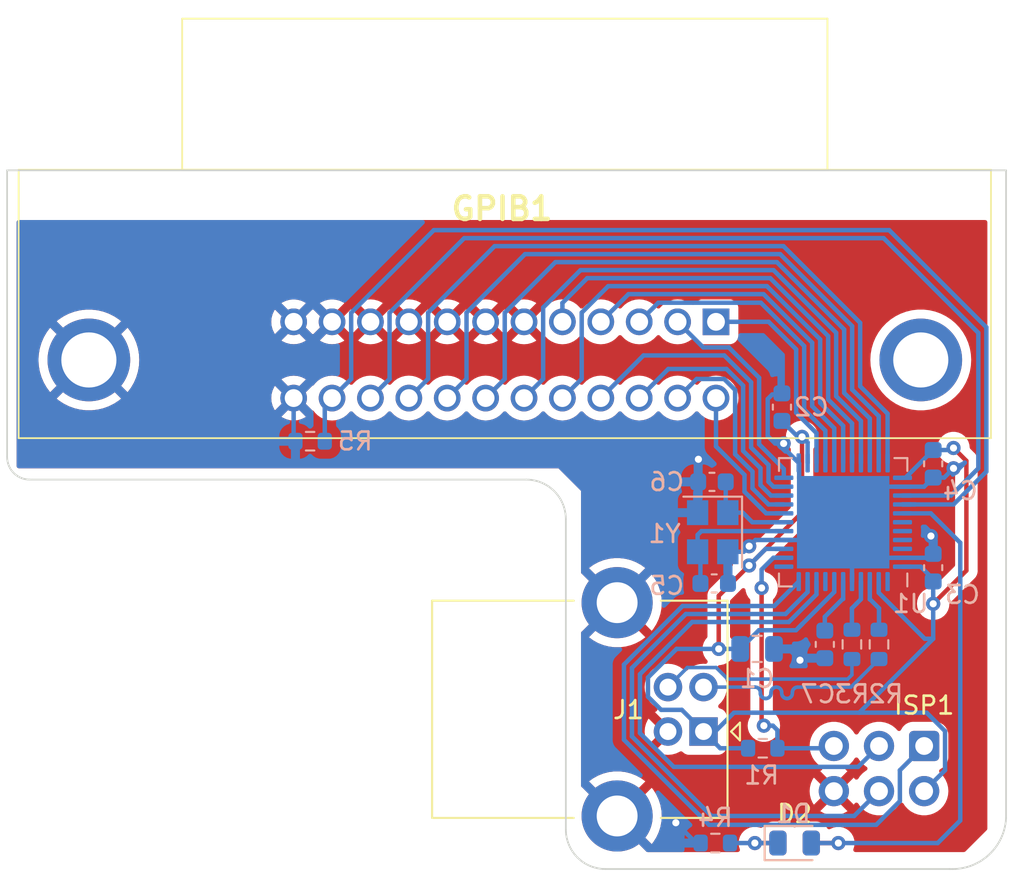
<source format=kicad_pcb>
(kicad_pcb (version 20221018) (generator pcbnew)
  (layers (0 "F.Cu" signal) (31 "B.Cu" signal) (34 "B.Paste" user) (35 "F.Paste" user) (36 "B.SilkS" user "B.Silkscreen") (37 "F.SilkS" user "F.Silkscreen") (38 "B.Mask" user) (39 "F.Mask" user) (44 "Edge.Cuts" user))
  (net 0 "")
  (net 1 "Net-(GPIB1-PadMH1)")
  (net 2 "GND")
  (net 3 "+5V")
  (net 4 "Net-(C7-Pad1)")
  (net 5 "Net-(D1-Pad2)")
  (net 6 "Net-(D1-Pad1)")
  (net 7 "/ATN")
  (net 8 "/SRQ")
  (net 9 "/IFC")
  (net 10 "/NDAC")
  (net 11 "/NRFD")
  (net 12 "/DAV")
  (net 13 "/REN")
  (net 14 "/EOI")
  (net 15 "/DIO8")
  (net 16 "/DIO4")
  (net 17 "/DIO7")
  (net 18 "/DIO3")
  (net 19 "/DIO6")
  (net 20 "/DIO2")
  (net 21 "/DIO5")
  (net 22 "/DIO1")
  (net 23 "/MOSI")
  (net 24 "Net-(ISP1-Pad5)")
  (net 25 "/SCK")
  (net 26 "/MISO")
  (net 27 "Net-(R2-Pad1)")
  (net 28 "Net-(R3-Pad1)")
  (net 29 "Net-(U1-Pad42)")
  (net 30 "Net-(U1-Pad41)")
  (net 31 "Net-(U1-Pad40)")
  (net 32 "Net-(U1-Pad39)")
  (net 33 "Net-(U1-Pad12)")
  (net 34 "Net-(U1-Pad8)")
  (net 35 "Net-(U1-Pad1)")
  (net 36 "/USB_P")
  (net 37 "/USB_N")
  (net 38 "Net-(C5-Pad1)")
  (net 39 "Net-(C6-Pad1)")
  (footprint "Connector_USB:USB_B_Lumberg_2411_02_Horizontal" (layer "F.Cu") (at 215.172 125.298 180)
    (fp_text reference "J1")
    (fp_text value "USB_B")
  )
  (footprint "gpib:112024113R001" (layer "F.Cu") (at 215.874 102.249 180)
    (fp_text reference "GPIB1")
    (fp_text value "112-024-113R001" hide)
  )
  (footprint "Connector_IDC:IDC-Header_2x03_P2.54mm_Vertical" (layer "F.Cu") (at 227.584 126.111 -90)
    (fp_text reference "ISP1")
    (fp_text value "ISP")
  )
  (footprint "LED_SMD:LED_0805_2012Metric" (layer "F.Cu") (at 220.2965 131.572)
    (fp_text reference "D2")
    (fp_text value "DNP")
  )
  (footprint "Capacitor_SMD:C_0805_2012Metric" (layer "B.Cu") (at 218.186 120.65)
    (fp_text reference "C1")
    (fp_text value "4.7uF")
  )
  (footprint "Capacitor_SMD:C_0603_1608Metric" (layer "B.Cu") (at 219.583 107.048 90)
    (fp_text reference "C2")
    (fp_text value "100nF")
  )
  (footprint "Capacitor_SMD:C_0603_1608Metric" (layer "B.Cu") (at 221.996 120.396 -90)
    (fp_text reference "C7")
    (fp_text value "1u")
  )
  (footprint "LED_SMD:LED_0805_2012Metric" (layer "B.Cu") (at 220.2965 131.572)
    (fp_text reference "D1")
    (fp_text value "LED")
  )
  (footprint "Resistor_SMD:R_0603_1608Metric" (layer "B.Cu") (at 218.504 126.238)
    (fp_text reference "R1")
    (fp_text value "10k")
  )
  (footprint "Resistor_SMD:R_0603_1608Metric" (layer "B.Cu") (at 225.044 120.396 -90)
    (fp_text reference "R2")
    (fp_text value "22R")
  )
  (footprint "Resistor_SMD:R_0603_1608Metric" (layer "B.Cu") (at 223.52 120.396 -90)
    (fp_text reference "R3")
    (fp_text value "22R")
  )
  (footprint "Resistor_SMD:R_0603_1608Metric" (layer "B.Cu") (at 215.837 131.572 180)
    (fp_text reference "R4")
    (fp_text value "470R")
  )
  (footprint "Resistor_SMD:R_0603_1608Metric" (layer "B.Cu") (at 193.04 108.966 180)
    (fp_text reference "R5")
    (fp_text value "100k")
  )
  (footprint "Package_DFN_QFN:QFN-44-1EP_7x7mm_P0.5mm_EP5.2x5.2mm" (layer "B.Cu") (at 223.027 113.523 90)
    (fp_text reference "U1")
    (fp_text value "ATmega32U4-MU")
  )
  (footprint "Capacitor_SMD:C_0603_1608Metric" (layer "B.Cu") (at 215.773 116.967)
    (fp_text reference "C5")
    (fp_text value "22pf")
  )
  (footprint "Capacitor_SMD:C_0603_1608Metric" (layer "B.Cu") (at 215.646 111.252 180)
    (fp_text reference "C6")
    (fp_text value "22pf")
  )
  (footprint "Crystal:Crystal_SMD_3225-4Pin_3.2x2.5mm" (layer "B.Cu") (at 215.689 114.085 -90)
    (fp_text reference "Y1")
    (fp_text value "Crystal_GND24")
  )
  (footprint "Capacitor_SMD:C_0603_1608Metric" (layer "B.Cu") (at 228.092 116.078 90)
    (fp_text reference "C3")
    (fp_text value "100nF")
  )
  (footprint "Capacitor_SMD:C_0603_1608Metric" (layer "B.Cu") (at 228.092 110.236 -90)
    (fp_text reference "C4")
    (fp_text value "100nF")
  )
  (gr_line (start 205.49362 111.14278) (end 205.6384 111.16818) (stroke (width 0.09906)) (layer "Edge.Cuts"))
  (gr_line (start 205.6384 111.16818) (end 205.7781 111.2012) (stroke (width 0.09906)) (layer "Edge.Cuts"))
  (gr_line (start 205.7781 111.2012) (end 205.9178 111.24184) (stroke (width 0.09906)) (layer "Edge.Cuts"))
  (gr_line (start 205.9178 111.24184) (end 206.05496 111.29518) (stroke (width 0.09906)) (layer "Edge.Cuts"))
  (gr_line (start 206.05496 111.29518) (end 206.18704 111.3536) (stroke (width 0.09906)) (layer "Edge.Cuts"))
  (gr_line (start 205.20406 111.125) (end 205.34884 111.13008) (stroke (width 0.09906)) (layer "Edge.Cuts"))
  (gr_line (start 205.34884 111.13008) (end 205.49362 111.14278) (stroke (width 0.09906)) (layer "Edge.Cuts"))
  (gr_line (start 176.72812 111.00562) (end 176.82972 111.0488) (stroke (width 0.09906)) (layer "Edge.Cuts"))
  (gr_line (start 176.82972 111.0488) (end 176.9364 111.08182) (stroke (width 0.09906)) (layer "Edge.Cuts"))
  (gr_line (start 176.9364 111.08182) (end 177.04308 111.10468) (stroke (width 0.09906)) (layer "Edge.Cuts"))
  (gr_line (start 177.1523 111.11992) (end 177.26406 111.125) (stroke (width 0.09906)) (layer "Edge.Cuts"))
  (gr_line (start 177.26406 111.125) (end 205.20406 111.125) (stroke (width 0.09906)) (layer "Edge.Cuts"))
  (gr_line (start 229.01656 133.0325) (end 229.18674 133.03504) (stroke (width 0.09906)) (layer "Edge.Cuts"))
  (gr_line (start 176.11344 110.39094) (end 176.16424 110.49) (stroke (width 0.09906)) (layer "Edge.Cuts"))
  (gr_line (start 176.44872 110.82782) (end 176.53508 110.8964) (stroke (width 0.09906)) (layer "Edge.Cuts"))
  (gr_line (start 177.04308 111.10468) (end 177.1523 111.11992) (stroke (width 0.09906)) (layer "Edge.Cuts"))
  (gr_line (start 229.18674 133.03504) (end 229.35692 133.02996) (stroke (width 0.09906)) (layer "Edge.Cuts"))
  (gr_line (start 176.62906 110.95482) (end 176.72812 111.00562) (stroke (width 0.09906)) (layer "Edge.Cuts"))
  (gr_line (start 229.35692 133.02996) (end 229.52456 133.01472) (stroke (width 0.09906)) (layer "Edge.Cuts"))
  (gr_line (start 229.52456 133.01472) (end 229.6922 132.98932) (stroke (width 0.09906)) (layer "Edge.Cuts"))
  (gr_line (start 176.22266 110.58398) (end 176.29124 110.67034) (stroke (width 0.09906)) (layer "Edge.Cuts"))
  (gr_line (start 175.99914 109.96676) (end 176.01438 110.07598) (stroke (width 0.09906)) (layer "Edge.Cuts"))
  (gr_line (start 176.16424 110.49) (end 176.22266 110.58398) (stroke (width 0.09906)) (layer "Edge.Cuts"))
  (gr_line (start 176.07026 110.28934) (end 176.11344 110.39094) (stroke (width 0.09906)) (layer "Edge.Cuts"))
  (gr_line (start 176.01438 110.07598) (end 176.03724 110.18266) (stroke (width 0.09906)) (layer "Edge.Cuts"))
  (gr_line (start 175.99406 109.855) (end 175.99914 109.96676) (stroke (width 0.09906)) (layer "Edge.Cuts"))
  (gr_line (start 176.29124 110.67034) (end 176.3649 110.75416) (stroke (width 0.09906)) (layer "Edge.Cuts"))
  (gr_line (start 176.3649 110.75416) (end 176.44872 110.82782) (stroke (width 0.09906)) (layer "Edge.Cuts"))
  (gr_line (start 176.53508 110.8964) (end 176.62906 110.95482) (stroke (width 0.09906)) (layer "Edge.Cuts"))
  (gr_line (start 176.03724 110.18266) (end 176.07026 110.28934) (stroke (width 0.09906)) (layer "Edge.Cuts"))
  (gr_line (start 231.43464 132.01904) (end 231.54386 131.8895) (stroke (width 0.09906)) (layer "Edge.Cuts"))
  (gr_line (start 231.73944 131.61264) (end 231.8258 131.46532) (stroke (width 0.09906)) (layer "Edge.Cuts"))
  (gr_line (start 230.64724 132.65404) (end 230.79202 132.56768) (stroke (width 0.09906)) (layer "Edge.Cuts"))
  (gr_line (start 231.8258 131.46532) (end 231.902 131.31546) (stroke (width 0.09906)) (layer "Edge.Cuts"))
  (gr_line (start 231.902 131.31546) (end 231.97058 131.16052) (stroke (width 0.09906)) (layer "Edge.Cuts"))
  (gr_line (start 231.19588 132.26034) (end 231.32034 132.1435) (stroke (width 0.09906)) (layer "Edge.Cuts"))
  (gr_line (start 230.49738 132.73024) (end 230.64724 132.65404) (stroke (width 0.09906)) (layer "Edge.Cuts"))
  (gr_line (start 231.97058 131.16052) (end 232.03154 131.00304) (stroke (width 0.09906)) (layer "Edge.Cuts"))
  (gr_line (start 232.03154 131.00304) (end 232.08234 130.84048) (stroke (width 0.09906)) (layer "Edge.Cuts"))
  (gr_line (start 231.32034 132.1435) (end 231.43464 132.01904) (stroke (width 0.09906)) (layer "Edge.Cuts"))
  (gr_line (start 230.34244 132.80136) (end 230.49738 132.73024) (stroke (width 0.09906)) (layer "Edge.Cuts"))
  (gr_line (start 229.85984 132.9563) (end 230.0224 132.91312) (stroke (width 0.09906)) (layer "Edge.Cuts"))
  (gr_line (start 230.0224 132.91312) (end 230.18496 132.86232) (stroke (width 0.09906)) (layer "Edge.Cuts"))
  (gr_line (start 230.93172 132.47116) (end 231.06888 132.36956) (stroke (width 0.09906)) (layer "Edge.Cuts"))
  (gr_line (start 231.06888 132.36956) (end 231.19588 132.26034) (stroke (width 0.09906)) (layer "Edge.Cuts"))
  (gr_line (start 230.79202 132.56768) (end 230.93172 132.47116) (stroke (width 0.09906)) (layer "Edge.Cuts"))
  (gr_line (start 231.54386 131.8895) (end 231.64546 131.75488) (stroke (width 0.09906)) (layer "Edge.Cuts"))
  (gr_line (start 232.12298 130.67538) (end 232.156 130.51028) (stroke (width 0.09906)) (layer "Edge.Cuts"))
  (gr_line (start 229.6922 132.98932) (end 229.85984 132.9563) (stroke (width 0.09906)) (layer "Edge.Cuts"))
  (gr_line (start 231.64546 131.75488) (end 231.73944 131.61264) (stroke (width 0.09906)) (layer "Edge.Cuts"))
  (gr_line (start 232.08234 130.84048) (end 232.12298 130.67538) (stroke (width 0.09906)) (layer "Edge.Cuts"))
  (gr_line (start 230.18496 132.86232) (end 230.34244 132.80136) (stroke (width 0.09906)) (layer "Edge.Cuts"))
  (gr_line (start 232.156 130.51028) (end 232.17886 130.34264) (stroke (width 0.09906)) (layer "Edge.Cuts"))
  (gr_line (start 232.17886 130.34264) (end 232.19156 130.17246) (stroke (width 0.09906)) (layer "Edge.Cuts"))
  (gr_line (start 207.43164 130.95478) (end 207.44434 131.09956) (stroke (width 0.09906)) (layer "Edge.Cuts"))
  (gr_line (start 207.44434 131.09956) (end 207.46974 131.24434) (stroke (width 0.09906)) (layer "Edge.Cuts"))
  (gr_line (start 207.46974 131.24434) (end 207.50276 131.38404) (stroke (width 0.09906)) (layer "Edge.Cuts"))
  (gr_line (start 207.50276 131.38404) (end 207.5434 131.52374) (stroke (width 0.09906)) (layer "Edge.Cuts"))
  (gr_line (start 206.4385 111.49838) (end 206.55788 111.58474) (stroke (width 0.09906)) (layer "Edge.Cuts"))
  (gr_line (start 206.96682 111.99368) (end 207.05318 112.11306) (stroke (width 0.09906)) (layer "Edge.Cuts"))
  (gr_line (start 206.77632 111.77524) (end 206.87538 111.88192) (stroke (width 0.09906)) (layer "Edge.Cuts"))
  (gr_line (start 206.18704 111.3536) (end 206.31658 111.42218) (stroke (width 0.09906)) (layer "Edge.Cuts"))
  (gr_line (start 207.38338 112.91316) (end 207.40878 113.05794) (stroke (width 0.09906)) (layer "Edge.Cuts"))
  (gr_line (start 207.30972 112.63376) (end 207.35036 112.77346) (stroke (width 0.09906)) (layer "Edge.Cuts"))
  (gr_line (start 207.40878 113.05794) (end 207.42148 113.20272) (stroke (width 0.09906)) (layer "Edge.Cuts"))
  (gr_line (start 207.42148 113.20272) (end 207.42656 113.3475) (stroke (width 0.09906)) (layer "Edge.Cuts"))
  (gr_line (start 207.05318 112.11306) (end 207.12938 112.23498) (stroke (width 0.09906)) (layer "Edge.Cuts"))
  (gr_line (start 206.31658 111.42218) (end 206.4385 111.49838) (stroke (width 0.09906)) (layer "Edge.Cuts"))
  (gr_line (start 206.66964 111.67618) (end 206.77632 111.77524) (stroke (width 0.09906)) (layer "Edge.Cuts"))
  (gr_line (start 207.12938 112.23498) (end 207.19796 112.36452) (stroke (width 0.09906)) (layer "Edge.Cuts"))
  (gr_line (start 206.87538 111.88192) (end 206.96682 111.99368) (stroke (width 0.09906)) (layer "Edge.Cuts"))
  (gr_line (start 207.25638 112.4966) (end 207.30972 112.63376) (stroke (width 0.09906)) (layer "Edge.Cuts"))
  (gr_line (start 207.35036 112.77346) (end 207.38338 112.91316) (stroke (width 0.09906)) (layer "Edge.Cuts"))
  (gr_line (start 207.42656 113.3475) (end 207.42656 130.81) (stroke (width 0.09906)) (layer "Edge.Cuts"))
  (gr_line (start 206.55788 111.58474) (end 206.66964 111.67618) (stroke (width 0.09906)) (layer "Edge.Cuts"))
  (gr_line (start 207.19796 112.36452) (end 207.25638 112.4966) (stroke (width 0.09906)) (layer "Edge.Cuts"))
  (gr_line (start 207.42656 130.81) (end 207.43164 130.95478) (stroke (width 0.09906)) (layer "Edge.Cuts"))
  (gr_line (start 208.29524 132.57276) (end 208.41462 132.65912) (stroke (width 0.09906)) (layer "Edge.Cuts"))
  (gr_line (start 209.21472 132.98932) (end 209.3595 133.01472) (stroke (width 0.09906)) (layer "Edge.Cuts"))
  (gr_line (start 209.3595 133.01472) (end 209.50428 133.02742) (stroke (width 0.09906)) (layer "Edge.Cuts"))
  (gr_line (start 175.99406 93.726) (end 175.99406 109.855) (stroke (width 0.09906)) (layer "Edge.Cuts"))
  (gr_line (start 207.72374 131.91998) (end 207.79994 132.04444) (stroke (width 0.09906)) (layer "Edge.Cuts"))
  (gr_line (start 207.97774 132.27558) (end 208.0768 132.38226) (stroke (width 0.09906)) (layer "Edge.Cuts"))
  (gr_line (start 207.65516 131.79298) (end 207.72374 131.91998) (stroke (width 0.09906)) (layer "Edge.Cuts"))
  (gr_line (start 208.0768 132.38226) (end 208.18348 132.48132) (stroke (width 0.09906)) (layer "Edge.Cuts"))
  (gr_line (start 207.79994 132.04444) (end 207.8863 132.16382) (stroke (width 0.09906)) (layer "Edge.Cuts"))
  (gr_line (start 208.53908 132.73532) (end 208.66608 132.8039) (stroke (width 0.09906)) (layer "Edge.Cuts"))
  (gr_line (start 208.66608 132.8039) (end 208.79816 132.86232) (stroke (width 0.09906)) (layer "Edge.Cuts"))
  (gr_line (start 209.50428 133.02742) (end 209.64906 133.0325) (stroke (width 0.09906)) (layer "Edge.Cuts"))
  (gr_line (start 208.93532 132.91566) (end 209.07502 132.9563) (stroke (width 0.09906)) (layer "Edge.Cuts"))
  (gr_line (start 209.64906 133.0325) (end 229.01656 133.0325) (stroke (width 0.09906)) (layer "Edge.Cuts"))
  (gr_line (start 232.19156 130.175) (end 232.19156 93.726) (stroke (width 0.09906)) (layer "Edge.Cuts"))
  (gr_line (start 232.19156 93.726) (end 175.99406 93.726) (stroke (width 0.09906)) (layer "Edge.Cuts"))
  (gr_line (start 208.41462 132.65912) (end 208.53908 132.73532) (stroke (width 0.09906)) (layer "Edge.Cuts"))
  (gr_line (start 208.79816 132.86232) (end 208.93532 132.91566) (stroke (width 0.09906)) (layer "Edge.Cuts"))
  (gr_line (start 208.18348 132.48132) (end 208.29524 132.57276) (stroke (width 0.09906)) (layer "Edge.Cuts"))
  (gr_line (start 207.8863 132.16382) (end 207.97774 132.27558) (stroke (width 0.09906)) (layer "Edge.Cuts"))
  (gr_line (start 207.59674 131.6609) (end 207.65516 131.79298) (stroke (width 0.09906)) (layer "Edge.Cuts"))
  (gr_line (start 209.07502 132.9563) (end 209.21472 132.98932) (stroke (width 0.09906)) (layer "Edge.Cuts"))
  (gr_line (start 207.5434 131.52374) (end 207.59674 131.6609) (stroke (width 0.09906)) (layer "Edge.Cuts"))
  (via (at 229.235 110.49) (size 0.8) (drill 0.4) (layers "F.Cu" "B.Cu") (net 2))
  (via (at 220.599 121.285) (size 0.8) (drill 0.4) (layers "F.Cu" "B.Cu") (net 2))
  (via (at 227.965 114.3) (size 0.8) (drill 0.4) (layers "F.Cu" "B.Cu") (net 2))
  (via (at 219.679685 109.092016) (size 0.8) (drill 0.4) (layers "F.Cu" "B.Cu") (net 2))
  (via (at 217.7415 114.8715) (size 0.8) (drill 0.4) (layers "F.Cu" "B.Cu") (net 2))
  (via (at 214.884 109.982) (size 0.8) (drill 0.4) (layers "F.Cu" "B.Cu") (net 2))
  (via (at 213.614 130.429) (size 0.8) (drill 0.4) (layers "F.Cu" "B.Cu") (net 2))
  (segment (start 217.7415 114.8715) (end 218.09 114.523) (width 0.25) (layer "B.Cu") (net 2))
  (segment (start 223.527 114.023) (end 223.027 113.523) (width 0.25) (layer "B.Cu") (net 2))
  (segment (start 227.58 111.523) (end 228.092 111.011) (width 0.25) (layer "B.Cu") (net 2))
  (segment (start 218.78299 108.67399) (end 218.78299 106.59101) (width 0.25) (layer "B.Cu") (net 2))
  (segment (start 225.027 115.523) (end 223.027 113.523) (width 0.25) (layer "B.Cu") (net 2))
  (segment (start 220.55201 111.04801) (end 223.027 113.523) (width 0.25) (layer "B.Cu") (net 2))
  (segment (start 220.527 110.1855) (end 219.679685 109.338185) (width 0.25) (layer "B.Cu") (net 2))
  (segment (start 192.114 108.865) (end 192.215 108.966) (width 0.25) (layer "B.Cu") (net 2))
  (segment (start 227.999 115.523) (end 228.219 115.303) (width 0.25) (layer "B.Cu") (net 2))
  (segment (start 221.882 121.285) (end 221.996 121.171) (width 0.25) (layer "B.Cu") (net 2))
  (segment (start 217.428 115.185) (end 217.7415 114.8715) (width 0.25) (layer "B.Cu") (net 2))
  (segment (start 226.3645 111.523) (end 227.58 111.523) (width 0.25) (layer "B.Cu") (net 2))
  (segment (start 216.539 115.185) (end 217.428 115.185) (width 0.25) (layer "B.Cu") (net 2))
  (segment (start 226.3645 115.523) (end 225.027 115.523) (width 0.25) (layer "B.Cu") (net 2))
  (segment (start 222.027 114.523) (end 223.027 113.523) (width 0.25) (layer "B.Cu") (net 2))
  (segment (start 212.791 125.298) (end 212.791 125.112998) (width 0.25) (layer "B.Cu") (net 2))
  (segment (start 215.012 131.572) (end 214.757 131.572) (width 0.25) (layer "B.Cu") (net 2))
  (segment (start 219.136 120.65) (end 219.964 120.65) (width 0.25) (layer "B.Cu") (net 2))
  (segment (start 218.78299 106.59101) (end 219.03699 106.33701) (width 0.25) (layer "B.Cu") (net 2))
  (segment (start 216.548 115.194) (end 216.539 115.185) (width 0.25) (layer "B.Cu") (net 2))
  (segment (start 225.027 111.523) (end 223.027 113.523) (width 0.25) (layer "B.Cu") (net 2))
  (segment (start 218.09 114.523) (end 219.6895 114.523) (width 0.25) (layer "B.Cu") (net 2))
  (segment (start 214.871 112.953) (end 214.839 112.985) (width 0.25) (layer "B.Cu") (net 2))
  (segment (start 214.871 111.252) (end 214.871 109.995) (width 0.25) (layer "B.Cu") (net 2))
  (segment (start 219.964 120.65) (end 220.599 121.285) (width 0.25) (layer "B.Cu") (net 2))
  (segment (start 228.219 114.554) (end 227.965 114.3) (width 0.25) (layer "B.Cu") (net 2))
  (segment (start 214.871 109.995) (end 214.884 109.982) (width 0.25) (layer "B.Cu") (net 2))
  (segment (start 220.55201 110.21051) (end 220.55201 111.04801) (width 0.25) (layer "B.Cu") (net 2))
  (segment (start 228.092 111.011) (end 228.714 111.011) (width 0.25) (layer "B.Cu") (net 2))
  (segment (start 219.6895 114.523) (end 222.027 114.523) (width 0.25) (layer "B.Cu") (net 2))
  (segment (start 219.51899 106.33701) (end 219.583 106.273) (width 0.25) (layer "B.Cu") (net 2))
  (segment (start 223.527 116.8605) (end 223.527 114.023) (width 0.25) (layer "B.Cu") (net 2))
  (segment (start 228.092 111.011) (end 227.978 111.011) (width 0.25) (layer "B.Cu") (net 2))
  (segment (start 220.527 110.1855) (end 220.55201 110.21051) (width 0.25) (layer "B.Cu") (net 2))
  (segment (start 228.714 111.011) (end 229.235 110.49) (width 0.25) (layer "B.Cu") (net 2))
  (segment (start 219.679685 109.092016) (end 219.201016 109.092016) (width 0.25) (layer "B.Cu") (net 2))
  (segment (start 219.03699 106.33701) (end 219.51899 106.33701) (width 0.25) (layer "B.Cu") (net 2))
  (segment (start 216.548 116.967) (end 216.548 115.194) (width 0.25) (layer "B.Cu") (net 2))
  (segment (start 226.3645 115.523) (end 227.999 115.523) (width 0.25) (layer "B.Cu") (net 2))
  (segment (start 226.3645 111.523) (end 225.027 111.523) (width 0.25) (layer "B.Cu") (net 2))
  (segment (start 214.757 131.572) (end 213.614 130.429) (width 0.25) (layer "B.Cu") (net 2))
  (segment (start 228.219 115.303) (end 228.219 114.554) (width 0.25) (layer "B.Cu") (net 2))
  (segment (start 219.679685 109.338185) (end 219.679685 109.092016) (width 0.25) (layer "B.Cu") (net 2))
  (segment (start 216.539 115.185) (end 217.047 115.185) (width 0.25) (layer "B.Cu") (net 2))
  (segment (start 214.871 111.252) (end 214.871 112.953) (width 0.25) (layer "B.Cu") (net 2))
  (segment (start 192.114 106.539) (end 192.114 108.865) (width 0.25) (layer "B.Cu") (net 2))
  (segment (start 219.201016 109.092016) (end 218.78299 108.67399) (width 0.25) (layer "B.Cu") (net 2))
  (segment (start 220.599 121.285) (end 221.882 121.285) (width 0.25) (layer "B.Cu") (net 2))
  (segment (start 229.235 109.347) (end 229.960001 110.072001) (width 0.25) (layer "F.Cu") (net 3))
  (segment (start 216.027 120.65) (end 216.027 117.665479) (width 0.25) (layer "F.Cu") (net 3))
  (segment (start 229.960001 116.241999) (end 228.092 118.11) (width 0.25) (layer "F.Cu") (net 3))
  (segment (start 216.027 117.665479) (end 217.734554 115.957925) (width 0.25) (layer "F.Cu") (net 3))
  (segment (start 217.734554 115.957925) (end 220.715697 112.976782) (width 0.25) (layer "F.Cu") (net 3))
  (segment (start 216.027 120.65) (end 215.9 120.65) (width 0.25) (layer "F.Cu") (net 3))
  (segment (start 229.960001 110.072001) (end 229.960001 116.241999) (width 0.25) (layer "F.Cu") (net 3))
  (segment (start 220.715697 112.976782) (end 220.715697 108.722303) (width 0.25) (layer "F.Cu") (net 3))
  (via (at 220.715697 108.722303) (size 0.8) (drill 0.4) (layers "F.Cu" "B.Cu") (net 3))
  (via (at 216.027 120.65) (size 0.8) (drill 0.4) (layers "F.Cu" "B.Cu") (net 3))
  (via (at 229.235 109.347) (size 0.8) (drill 0.4) (layers "F.Cu" "B.Cu") (net 3))
  (via (at 217.734554 115.957925) (size 0.8) (drill 0.4) (layers "F.Cu" "B.Cu") (net 3))
  (via (at 228.092 118.11) (size 0.8) (drill 0.4) (layers "F.Cu" "B.Cu") (net 3))
  (segment (start 223.933 124.238) (end 227.72419 124.238) (width 0.25) (layer "B.Cu") (net 3))
  (segment (start 227.389 116.023) (end 228.219 116.853) (width 0.25) (layer "B.Cu") (net 3))
  (segment (start 218.28601 119.59999) (end 220.373032 119.59999) (width 0.25) (layer "B.Cu") (net 3))
  (segment (start 215.824 125.298) (end 216.884 124.238) (width 0.25) (layer "B.Cu") (net 3))
  (segment (start 229.235 109.448) (end 229.235 109.347) (width 0.25) (layer "B.Cu") (net 3))
  (segment (start 220.527022 119.446) (end 220.723011 119.250011) (width 0.25) (layer "B.Cu") (net 3))
  (segment (start 228.092 109.461) (end 229.248 109.461) (width 0.25) (layer "B.Cu") (net 3))
  (segment (start 213.654998 120.65) (end 212.046999 122.257999) (width 0.25) (layer "B.Cu") (net 3))
  (segment (start 226.3645 116.023) (end 227.389 116.023) (width 0.25) (layer "B.Cu") (net 3))
  (segment (start 221.027 110.1855) (end 221.027 109.033606) (width 0.25) (layer "B.Cu") (net 3))
  (segment (start 221.027 109.033606) (end 220.715697 108.722303) (width 0.25) (layer "B.Cu") (net 3))
  (segment (start 218.669479 115.023) (end 219.6895 115.023) (width 0.25) (layer "B.Cu") (net 3))
  (segment (start 220.373032 119.59999) (end 220.723011 119.250011) (width 0.25) (layer "B.Cu") (net 3))
  (segment (start 216.884 124.238) (end 223.933 124.238) (width 0.25) (layer "B.Cu") (net 3))
  (segment (start 226.53 111.023) (end 228.092 109.461) (width 0.25) (layer "B.Cu") (net 3))
  (segment (start 225.027 117.489) (end 225.027 116.8605) (width 0.25) (layer "B.Cu") (net 3))
  (segment (start 223.933 124.238) (end 228.092 120.079) (width 0.25) (layer "B.Cu") (net 3))
  (segment (start 228.092 118.11) (end 228.092 116.98) (width 0.25) (layer "B.Cu") (net 3))
  (segment (start 228.092 116.98) (end 228.219 116.853) (width 0.25) (layer "B.Cu") (net 3))
  (segment (start 217.236 120.65) (end 218.28601 119.59999) (width 0.25) (layer "B.Cu") (net 3))
  (segment (start 220.723011 119.250011) (end 222.527 117.446022) (width 0.25) (layer "B.Cu") (net 3))
  (segment (start 217.236 120.65) (end 216.027 120.65) (width 0.25) (layer "B.Cu") (net 3))
  (segment (start 219.583 107.823) (end 220.482303 108.722303) (width 0.25) (layer "B.Cu") (net 3))
  (segment (start 228.092 120.079) (end 227.617 120.079) (width 0.25) (layer "B.Cu") (net 3))
  (segment (start 228.092 120.079) (end 228.092 118.11) (width 0.25) (layer "B.Cu") (net 3))
  (segment (start 216.112 126.238) (end 215.172 125.298) (width 0.25) (layer "B.Cu") (net 3))
  (segment (start 215.172 125.298) (end 215.824 125.298) (width 0.25) (layer "B.Cu") (net 3))
  (segment (start 212.787998 124.079) (end 213.953 124.079) (width 0.25) (layer "B.Cu") (net 3))
  (segment (start 229.248 109.461) (end 229.235 109.448) (width 0.25) (layer "B.Cu") (net 3))
  (segment (start 217.679 126.238) (end 216.112 126.238) (width 0.25) (layer "B.Cu") (net 3))
  (segment (start 228.75901 127.47599) (end 227.584 128.651) (width 0.25) (layer "B.Cu") (net 3))
  (segment (start 228.75901 125.27282) (end 228.75901 127.47599) (width 0.25) (layer "B.Cu") (net 3))
  (segment (start 227.72419 124.238) (end 228.75901 125.27282) (width 0.25) (layer "B.Cu") (net 3))
  (segment (start 227.617 120.079) (end 225.027 117.489) (width 0.25) (layer "B.Cu") (net 3))
  (segment (start 220.482303 108.722303) (end 220.715697 108.722303) (width 0.25) (layer "B.Cu") (net 3))
  (segment (start 212.046999 123.338001) (end 212.787998 124.079) (width 0.25) (layer "B.Cu") (net 3))
  (segment (start 213.953 124.079) (end 215.172 125.298) (width 0.25) (layer "B.Cu") (net 3))
  (segment (start 212.046999 122.257999) (end 212.046999 123.338001) (width 0.25) (layer "B.Cu") (net 3))
  (segment (start 216.027 120.65) (end 213.654998 120.65) (width 0.25) (layer "B.Cu") (net 3))
  (segment (start 217.734554 115.957925) (end 218.669479 115.023) (width 0.25) (layer "B.Cu") (net 3))
  (segment (start 222.527 117.446022) (end 222.527 116.8605) (width 0.25) (layer "B.Cu") (net 3))
  (segment (start 226.3645 111.023) (end 226.53 111.023) (width 0.25) (layer "B.Cu") (net 3))
  (segment (start 221.996 118.842) (end 222.997 117.841) (width 0.25) (layer "B.Cu") (net 4))
  (segment (start 223.027 117.841) (end 223.027 116.8605) (width 0.25) (layer "B.Cu") (net 4))
  (segment (start 221.996 119.621) (end 221.996 118.842) (width 0.25) (layer "B.Cu") (net 4))
  (segment (start 223.027 117.841) (end 222.997 117.841) (width 0.25) (layer "B.Cu") (net 4))
  (segment (start 221.234 131.572) (end 222.758 131.572) (width 0.25) (layer "F.Cu") (net 5))
  (via (at 222.758 131.572) (size 0.8) (drill 0.4) (layers "F.Cu" "B.Cu") (net 5))
  (segment (start 228.346 131.572) (end 221.234 131.572) (width 0.25) (layer "B.Cu") (net 5))
  (segment (start 226.3645 113.023) (end 227.958 113.023) (width 0.25) (layer "B.Cu") (net 5))
  (segment (start 229.616 114.681) (end 229.616 130.302) (width 0.25) (layer "B.Cu") (net 5))
  (segment (start 227.958 113.023) (end 229.616 114.681) (width 0.25) (layer "B.Cu") (net 5))
  (segment (start 229.616 130.302) (end 228.346 131.572) (width 0.25) (layer "B.Cu") (net 5))
  (segment (start 219.359 131.572) (end 218.059 131.572) (width 0.25) (layer "F.Cu") (net 6))
  (via (at 218.059 131.572) (size 0.8) (drill 0.4) (layers "F.Cu" "B.Cu") (net 6))
  (segment (start 216.662 131.572) (end 219.359 131.572) (width 0.25) (layer "B.Cu") (net 6))
  (segment (start 193.865 106.948) (end 194.274 106.539) (width 0.25) (layer "B.Cu") (net 7))
  (segment (start 231.082011 102.5566) (end 225.616206 97.090794) (width 0.25) (layer "B.Cu") (net 7))
  (segment (start 226.3645 112.523) (end 229.23541 112.523) (width 0.25) (layer "B.Cu") (net 7))
  (segment (start 195.349001 105.463999) (end 194.274 106.539) (width 0.25) (layer "B.Cu") (net 7))
  (segment (start 229.23541 112.523) (end 231.082011 110.6764) (width 0.25) (layer "B.Cu") (net 7))
  (segment (start 231.082011 110.6764) (end 231.082011 102.5566) (width 0.25) (layer "B.Cu") (net 7))
  (segment (start 200.001204 97.090794) (end 195.349001 101.742997) (width 0.25) (layer "B.Cu") (net 7))
  (segment (start 226.3645 112.523) (end 227.086432 112.523) (width 0.25) (layer "B.Cu") (net 7))
  (segment (start 225.616206 97.090794) (end 200.001204 97.090794) (width 0.25) (layer "B.Cu") (net 7))
  (segment (start 195.349001 101.742997) (end 195.349001 105.463999) (width 0.25) (layer "B.Cu") (net 7))
  (segment (start 193.865 108.966) (end 193.865 106.948) (width 0.25) (layer "B.Cu") (net 7))
  (segment (start 197.509001 101.742997) (end 197.509001 105.463999) (width 0.25) (layer "B.Cu") (net 8))
  (segment (start 197.509001 105.463999) (end 196.434 106.539) (width 0.25) (layer "B.Cu") (net 8))
  (segment (start 201.711193 97.540805) (end 197.509001 101.742997) (width 0.25) (layer "B.Cu") (net 8))
  (segment (start 226.3645 112.023) (end 229.099 112.023) (width 0.25) (layer "B.Cu") (net 8))
  (segment (start 230.632 102.87) (end 225.302805 97.540805) (width 0.25) (layer "B.Cu") (net 8))
  (segment (start 230.632 110.49) (end 230.632 102.87) (width 0.25) (layer "B.Cu") (net 8))
  (segment (start 225.302805 97.540805) (end 201.711193 97.540805) (width 0.25) (layer "B.Cu") (net 8))
  (segment (start 229.099 112.023) (end 230.632 110.49) (width 0.25) (layer "B.Cu") (net 8))
  (segment (start 223.983098 102.30581) (end 219.668104 97.990816) (width 0.25) (layer "B.Cu") (net 9))
  (segment (start 199.678999 101.732999) (end 199.678999 105.454001) (width 0.25) (layer "B.Cu") (net 9))
  (segment (start 199.678999 105.454001) (end 198.594 106.539) (width 0.25) (layer "B.Cu") (net 9))
  (segment (start 225.527 107.417) (end 223.983098 105.873098) (width 0.25) (layer "B.Cu") (net 9))
  (segment (start 223.983098 105.873098) (end 223.983098 102.30581) (width 0.25) (layer "B.Cu") (net 9))
  (segment (start 203.421182 97.990816) (end 199.678999 101.732999) (width 0.25) (layer "B.Cu") (net 9))
  (segment (start 219.668104 97.990816) (end 203.421182 97.990816) (width 0.25) (layer "B.Cu") (net 9))
  (segment (start 225.527 110.1855) (end 225.527 107.417) (width 0.25) (layer "B.Cu") (net 9))
  (segment (start 225.027 107.55341) (end 223.533087 106.059498) (width 0.25) (layer "B.Cu") (net 10))
  (segment (start 219.481704 98.440827) (end 205.131171 98.440827) (width 0.25) (layer "B.Cu") (net 10))
  (segment (start 201.838999 105.454001) (end 200.754 106.539) (width 0.25) (layer "B.Cu") (net 10))
  (segment (start 223.533087 106.059498) (end 223.533087 102.49221) (width 0.25) (layer "B.Cu") (net 10))
  (segment (start 223.533087 102.49221) (end 219.481704 98.440827) (width 0.25) (layer "B.Cu") (net 10))
  (segment (start 225.027 110.1855) (end 225.027 107.55341) (width 0.25) (layer "B.Cu") (net 10))
  (segment (start 201.838999 101.732999) (end 201.838999 105.454001) (width 0.25) (layer "B.Cu") (net 10))
  (segment (start 205.131171 98.440827) (end 201.838999 101.732999) (width 0.25) (layer "B.Cu") (net 10))
  (segment (start 206.84116 98.890838) (end 203.989001 101.742997) (width 0.25) (layer "B.Cu") (net 11))
  (segment (start 224.527 107.689821) (end 223.083076 106.245898) (width 0.25) (layer "B.Cu") (net 11))
  (segment (start 219.295304 98.890838) (end 206.84116 98.890838) (width 0.25) (layer "B.Cu") (net 11))
  (segment (start 224.527 110.1855) (end 224.527 107.689821) (width 0.25) (layer "B.Cu") (net 11))
  (segment (start 223.083076 106.245898) (end 223.083076 102.67861) (width 0.25) (layer "B.Cu") (net 11))
  (segment (start 223.083076 102.67861) (end 219.295304 98.890838) (width 0.25) (layer "B.Cu") (net 11))
  (segment (start 203.989001 105.463999) (end 202.914 106.539) (width 0.25) (layer "B.Cu") (net 11))
  (segment (start 203.989001 101.742997) (end 203.989001 105.463999) (width 0.25) (layer "B.Cu") (net 11))
  (segment (start 222.633065 102.865011) (end 222.633065 106.432298) (width 0.25) (layer "B.Cu") (net 12))
  (segment (start 224.027 107.826232) (end 224.027 110.1855) (width 0.25) (layer "B.Cu") (net 12))
  (segment (start 219.108903 99.340849) (end 222.633065 102.865011) (width 0.25) (layer "B.Cu") (net 12))
  (segment (start 208.253151 99.340849) (end 219.108903 99.340849) (width 0.25) (layer "B.Cu") (net 12))
  (segment (start 206.149001 105.463999) (end 206.149001 101.444999) (width 0.25) (layer "B.Cu") (net 12))
  (segment (start 222.633065 106.432298) (end 224.027 107.826232) (width 0.25) (layer "B.Cu") (net 12))
  (segment (start 206.149001 101.444999) (end 208.253151 99.340849) (width 0.25) (layer "B.Cu") (net 12))
  (segment (start 205.074 106.539) (end 206.149001 105.463999) (width 0.25) (layer "B.Cu") (net 12))
  (segment (start 207.234 102.249) (end 207.234 101.18834) (width 0.25) (layer "B.Cu") (net 13))
  (segment (start 207.234 101.18834) (end 208.63148 99.79086) (width 0.25) (layer "B.Cu") (net 13))
  (segment (start 223.527 107.962643) (end 223.527 110.1855) (width 0.25) (layer "B.Cu") (net 13))
  (segment (start 222.183054 103.051411) (end 222.183054 106.618698) (width 0.25) (layer "B.Cu") (net 13))
  (segment (start 218.922503 99.79086) (end 222.183054 103.051411) (width 0.25) (layer "B.Cu") (net 13))
  (segment (start 208.63148 99.79086) (end 218.922503 99.79086) (width 0.25) (layer "B.Cu") (net 13))
  (segment (start 222.183054 106.618698) (end 223.527 107.962643) (width 0.25) (layer "B.Cu") (net 13))
  (segment (start 208.318999 105.454001) (end 207.234 106.539) (width 0.25) (layer "B.Cu") (net 14))
  (segment (start 221.733043 106.805098) (end 221.733043 103.23781) (width 0.25) (layer "B.Cu") (net 14))
  (segment (start 223.027 110.1855) (end 223.027 108.099055) (width 0.25) (layer "B.Cu") (net 14))
  (segment (start 223.027 108.099055) (end 221.733043 106.805098) (width 0.25) (layer "B.Cu") (net 14))
  (segment (start 218.736104 100.240871) (end 209.811127 100.240871) (width 0.25) (layer "B.Cu") (net 14))
  (segment (start 209.811127 100.240871) (end 208.318999 101.732999) (width 0.25) (layer "B.Cu") (net 14))
  (segment (start 221.733043 103.23781) (end 218.736104 100.240871) (width 0.25) (layer "B.Cu") (net 14))
  (segment (start 208.318999 101.732999) (end 208.318999 105.454001) (width 0.25) (layer "B.Cu") (net 14))
  (segment (start 218.549703 100.690882) (end 221.283032 103.424211) (width 0.25) (layer "B.Cu") (net 15))
  (segment (start 209.394 102.249) (end 210.952118 100.690882) (width 0.25) (layer "B.Cu") (net 15))
  (segment (start 221.283032 103.424211) (end 221.283032 106.991498) (width 0.25) (layer "B.Cu") (net 15))
  (segment (start 222.527 108.235465) (end 222.527 110.1855) (width 0.25) (layer "B.Cu") (net 15))
  (segment (start 221.283032 106.991498) (end 222.527 108.235465) (width 0.25) (layer "B.Cu") (net 15))
  (segment (start 210.952118 100.690882) (end 218.549703 100.690882) (width 0.25) (layer "B.Cu") (net 15))
  (segment (start 217.849023 109.322438) (end 218.826993 110.300408) (width 0.25) (layer "B.Cu") (net 16))
  (segment (start 217.849023 105.650199) (end 217.849023 109.322438) (width 0.25) (layer "B.Cu") (net 16))
  (segment (start 209.394 106.539) (end 211.793 104.14) (width 0.25) (layer "B.Cu") (net 16))
  (segment (start 219.103978 111.523) (end 219.6895 111.523) (width 0.25) (layer "B.Cu") (net 16))
  (segment (start 218.826993 111.246012) (end 219.103978 111.523) (width 0.25) (layer "B.Cu") (net 16))
  (segment (start 218.826993 110.300408) (end 218.826993 111.246012) (width 0.25) (layer "B.Cu") (net 16))
  (segment (start 211.793 104.14) (end 216.338824 104.14) (width 0.25) (layer "B.Cu") (net 16))
  (segment (start 216.338824 104.14) (end 217.849023 105.650199) (width 0.25) (layer "B.Cu") (net 16))
  (segment (start 222.027 108.371877) (end 222.027 110.1855) (width 0.25) (layer "B.Cu") (net 17))
  (segment (start 218.39641 101.173999) (end 220.833021 103.61061) (width 0.25) (layer "B.Cu") (net 17))
  (segment (start 211.554 102.249) (end 212.629001 101.173999) (width 0.25) (layer "B.Cu") (net 17))
  (segment (start 212.629001 101.173999) (end 218.39641 101.173999) (width 0.25) (layer "B.Cu") (net 17))
  (segment (start 220.833021 103.61061) (end 220.833021 107.177898) (width 0.25) (layer "B.Cu") (net 17))
  (segment (start 220.833021 107.177898) (end 222.027 108.371877) (width 0.25) (layer "B.Cu") (net 17))
  (segment (start 218.967567 112.023) (end 219.6895 112.023) (width 0.25) (layer "B.Cu") (net 18))
  (segment (start 217.399012 109.508837) (end 218.376982 110.486807) (width 0.25) (layer "B.Cu") (net 18))
  (segment (start 218.376982 110.486807) (end 218.376982 111.432412) (width 0.25) (layer "B.Cu") (net 18))
  (segment (start 217.399012 105.836599) (end 217.399012 109.508837) (width 0.25) (layer "B.Cu") (net 18))
  (segment (start 213.191 104.902) (end 216.464413 104.902) (width 0.25) (layer "B.Cu") (net 18))
  (segment (start 216.464413 104.902) (end 217.399012 105.836599) (width 0.25) (layer "B.Cu") (net 18))
  (segment (start 211.554 106.539) (end 213.191 104.902) (width 0.25) (layer "B.Cu") (net 18))
  (segment (start 218.376982 111.432412) (end 218.967567 112.023) (width 0.25) (layer "B.Cu") (net 18))
  (segment (start 219.6895 110.526504) (end 219.6895 111.023) (width 0.25) (layer "B.Cu") (net 19))
  (segment (start 218.299034 109.136038) (end 219.6895 110.526504) (width 0.25) (layer "B.Cu") (net 19))
  (segment (start 213.714 102.249) (end 215.154989 103.689989) (width 0.25) (layer "B.Cu") (net 19))
  (segment (start 216.5944 103.689989) (end 218.299034 105.394623) (width 0.25) (layer "B.Cu") (net 19))
  (segment (start 215.154989 103.689989) (end 216.5944 103.689989) (width 0.25) (layer "B.Cu") (net 19))
  (segment (start 218.299034 105.394623) (end 218.299034 109.136038) (width 0.25) (layer "B.Cu") (net 19))
  (segment (start 217.926971 110.673208) (end 217.926971 111.618812) (width 0.25) (layer "B.Cu") (net 20))
  (segment (start 216.949001 106.079411) (end 216.949001 109.695238) (width 0.25) (layer "B.Cu") (net 20))
  (segment (start 213.714 106.539) (end 214.789001 105.463999) (width 0.25) (layer "B.Cu") (net 20))
  (segment (start 214.789001 105.463999) (end 216.333589 105.463999) (width 0.25) (layer "B.Cu") (net 20))
  (segment (start 216.333589 105.463999) (end 216.949001 106.079411) (width 0.25) (layer "B.Cu") (net 20))
  (segment (start 218.831156 112.523) (end 219.6895 112.523) (width 0.25) (layer "B.Cu") (net 20))
  (segment (start 216.949001 109.695238) (end 217.926971 110.673208) (width 0.25) (layer "B.Cu") (net 20))
  (segment (start 217.926971 111.618812) (end 218.831156 112.523) (width 0.25) (layer "B.Cu") (net 20))
  (segment (start 218.835 102.249) (end 217.819 102.249) (width 0.25) (layer "B.Cu") (net 21))
  (segment (start 221.527 110.1855) (end 221.527 108.508287) (width 0.25) (layer "B.Cu") (net 21))
  (segment (start 220.38301 107.364298) (end 220.38301 103.79701) (width 0.25) (layer "B.Cu") (net 21))
  (segment (start 217.819 102.249) (end 215.874 102.249) (width 0.25) (layer "B.Cu") (net 21))
  (segment (start 221.527 108.508287) (end 220.38301 107.364298) (width 0.25) (layer "B.Cu") (net 21))
  (segment (start 220.38301 103.79701) (end 218.835 102.249) (width 0.25) (layer "B.Cu") (net 21))
  (segment (start 218.694748 113.023) (end 217.47696 111.805212) (width 0.25) (layer "B.Cu") (net 22))
  (segment (start 217.47696 110.859607) (end 215.874 109.256647) (width 0.25) (layer "B.Cu") (net 22))
  (segment (start 217.47696 111.805212) (end 217.47696 110.859607) (width 0.25) (layer "B.Cu") (net 22))
  (segment (start 219.6895 113.023) (end 218.694748 113.023) (width 0.25) (layer "B.Cu") (net 22))
  (segment (start 215.874 109.256647) (end 215.874 106.539) (width 0.25) (layer "B.Cu") (net 22))
  (segment (start 221.027 117.446021) (end 219.786002 118.687019) (width 0.25) (layer "B.Cu") (net 23))
  (segment (start 223.647 130.048) (end 225.044 128.651) (width 0.25) (layer "B.Cu") (net 23))
  (segment (start 221.027 116.8605) (end 221.027 117.446021) (width 0.25) (layer "B.Cu") (net 23))
  (segment (start 215.620588 130.048) (end 223.647 130.048) (width 0.25) (layer "B.Cu") (net 23))
  (segment (start 219.786002 118.687019) (end 214.17716 118.687019) (width 0.25) (layer "B.Cu") (net 23))
  (segment (start 211.146977 125.574389) (end 215.620588 130.048) (width 0.25) (layer "B.Cu") (net 23))
  (segment (start 211.146977 121.717202) (end 211.146977 125.574389) (width 0.25) (layer "B.Cu") (net 23))
  (segment (start 214.17716 118.687019) (end 211.146977 121.717202) (width 0.25) (layer "B.Cu") (net 23))
  (segment (start 218.44 117.221) (end 218.44 124.841) (width 0.25) (layer "F.Cu") (net 24))
  (segment (start 218.44 124.841) (end 218.567 124.968) (width 0.25) (layer "F.Cu") (net 24))
  (via (at 218.567 124.968) (size 0.8) (drill 0.4) (layers "F.Cu" "B.Cu") (net 24))
  (via (at 218.44 117.221) (size 0.8) (drill 0.4) (layers "F.Cu" "B.Cu") (net 24))
  (segment (start 219.329 125.222) (end 219.329 126.238) (width 0.25) (layer "B.Cu") (net 24))
  (segment (start 219.6895 115.523) (end 219.103978 115.523) (width 0.25) (layer "B.Cu") (net 24))
  (segment (start 219.329 126.238) (end 222.377 126.238) (width 0.25) (layer "B.Cu") (net 24))
  (segment (start 218.567 124.968) (end 219.075 124.968) (width 0.25) (layer "B.Cu") (net 24))
  (segment (start 219.075 124.968) (end 219.329 125.222) (width 0.25) (layer "B.Cu") (net 24))
  (segment (start 218.44 116.186978) (end 218.44 117.221) (width 0.25) (layer "B.Cu") (net 24))
  (segment (start 222.377 126.238) (end 222.504 126.111) (width 0.25) (layer "B.Cu") (net 24))
  (segment (start 219.103978 115.523) (end 218.44 116.186978) (width 0.25) (layer "B.Cu") (net 24))
  (segment (start 223.868999 127.286001) (end 225.044 126.111) (width 0.25) (layer "B.Cu") (net 25))
  (segment (start 219.972402 119.13703) (end 214.531557 119.13703) (width 0.25) (layer "B.Cu") (net 25))
  (segment (start 213.494999 127.286001) (end 223.868999 127.286001) (width 0.25) (layer "B.Cu") (net 25))
  (segment (start 221.527 117.582433) (end 219.972402 119.13703) (width 0.25) (layer "B.Cu") (net 25))
  (segment (start 221.527 116.8605) (end 221.527 117.582433) (width 0.25) (layer "B.Cu") (net 25))
  (segment (start 214.531557 119.13703) (end 211.596988 122.071599) (width 0.25) (layer "B.Cu") (net 25))
  (segment (start 211.596988 122.071599) (end 211.596988 125.38799) (width 0.25) (layer "B.Cu") (net 25))
  (segment (start 211.596988 125.38799) (end 213.494999 127.286001) (width 0.25) (layer "B.Cu") (net 25))
  (segment (start 210.696966 125.760789) (end 215.483167 130.54699) (width 0.25) (layer "B.Cu") (net 26))
  (segment (start 226.219001 129.215001) (end 226.219001 127.475999) (width 0.25) (layer "B.Cu") (net 26))
  (segment (start 219.150492 118.237008) (end 213.99076 118.237008) (width 0.25) (layer "B.Cu") (net 26))
  (segment (start 215.483167 130.54699) (end 224.887012 130.54699) (width 0.25) (layer "B.Cu") (net 26))
  (segment (start 210.696966 121.530802) (end 210.696966 125.760789) (width 0.25) (layer "B.Cu") (net 26))
  (segment (start 220.527 116.8605) (end 219.150492 118.237008) (width 0.25) (layer "B.Cu") (net 26))
  (segment (start 226.219001 127.475999) (end 227.584 126.111) (width 0.25) (layer "B.Cu") (net 26))
  (segment (start 224.887012 130.54699) (end 226.219001 129.215001) (width 0.25) (layer "B.Cu") (net 26))
  (segment (start 213.99076 118.237008) (end 210.696966 121.530802) (width 0.25) (layer "B.Cu") (net 26))
  (segment (start 224.527 117.865) (end 224.527 116.8605) (width 0.25) (layer "B.Cu") (net 27))
  (segment (start 225.044 118.364) (end 225.044 119.571) (width 0.25) (layer "B.Cu") (net 27))
  (segment (start 224.527 117.865) (end 224.545 117.865) (width 0.25) (layer "B.Cu") (net 27))
  (segment (start 224.545 117.865) (end 225.044 118.364) (width 0.25) (layer "B.Cu") (net 27))
  (segment (start 223.774 118.108) (end 223.774 118.11) (width 0.25) (layer "B.Cu") (net 28))
  (segment (start 224.027 117.855) (end 224.027 116.8605) (width 0.25) (layer "B.Cu") (net 28))
  (segment (start 223.774 118.11) (end 223.52 118.364) (width 0.25) (layer "B.Cu") (net 28))
  (segment (start 223.52 118.364) (end 223.52 119.571) (width 0.25) (layer "B.Cu") (net 28))
  (segment (start 223.774 118.108) (end 224.027 117.855) (width 0.25) (layer "B.Cu") (net 28))
  (segment (start 213.241 122.348) (end 213.612998 122.348) (width 0.2) (layer "B.Cu") (net 36))
  (segment (start 223.280603 122.348) (end 223.52 122.108603) (width 0.2) (layer "B.Cu") (net 36))
  (segment (start 223.52 122.108603) (end 223.52 121.221) (width 0.2) (layer "B.Cu") (net 36))
  (segment (start 214.249 121.697999) (end 215.884999 121.697999) (width 0.2) (layer "B.Cu") (net 36))
  (segment (start 212.791 122.798) (end 213.241 122.348) (width 0.2) (layer "B.Cu") (net 36))
  (segment (start 216.615 122.348) (end 223.280603 122.348) (width 0.2) (layer "B.Cu") (net 36))
  (segment (start 213.612998 122.348) (end 214.262999 121.697999) (width 0.2) (layer "B.Cu") (net 36))
  (segment (start 215.884999 121.697999) (end 216.535 122.348) (width 0.2) (layer "B.Cu") (net 36))
  (segment (start 219.599709 123.271279) (end 219.63545 123.32816) (width 0.2) (layer "B.Cu") (net 37))
  (segment (start 219.57 123.141114) (end 219.577521 123.20787) (width 0.2) (layer "B.Cu") (net 37))
  (segment (start 218.304549 122.910953) (end 218.34029 122.967834) (width 0.2) (layer "B.Cu") (net 37))
  (segment (start 218.257046 122.86345) (end 218.304549 122.910953) (width 0.2) (layer "B.Cu") (net 37))
  (segment (start 218.37 123.141114) (end 218.377521 123.20787) (width 0.2) (layer "B.Cu") (net 37))
  (segment (start 220.199709 122.967834) (end 220.23545 122.910953) (width 0.2) (layer "B.Cu") (net 37))
  (segment (start 220.339834 122.827709) (end 220.403243 122.805521) (width 0.2) (layer "B.Cu") (net 37))
  (segment (start 219.082953 122.86345) (end 219.139834 122.827709) (width 0.2) (layer "B.Cu") (net 37))
  (segment (start 219.63545 123.32816) (end 219.682953 123.375663) (width 0.2) (layer "B.Cu") (net 37))
  (segment (start 218.399709 123.271279) (end 218.43545 123.32816) (width 0.2) (layer "B.Cu") (net 37))
  (segment (start 219.57 123.098) (end 219.57 123.141114) (width 0.2) (layer "B.Cu") (net 37))
  (segment (start 219.54029 122.967834) (end 219.562478 123.031243) (width 0.2) (layer "B.Cu") (net 37))
  (segment (start 218.94029 123.271279) (end 218.962478 123.20787) (width 0.2) (layer "B.Cu") (net 37))
  (segment (start 214.791 122.798) (end 218.07 122.798) (width 0.2) (layer "B.Cu") (net 37))
  (segment (start 219.936756 123.433592) (end 220.000165 123.411404) (width 0.2) (layer "B.Cu") (net 37))
  (segment (start 218.603243 123.433592) (end 218.67 123.441114) (width 0.2) (layer "B.Cu") (net 37))
  (segment (start 219.562478 123.031243) (end 219.57 123.098) (width 0.2) (layer "B.Cu") (net 37))
  (segment (start 219.139834 122.827709) (end 219.203243 122.805521) (width 0.2) (layer "B.Cu") (net 37))
  (segment (start 218.962478 123.20787) (end 218.97 123.141114) (width 0.2) (layer "B.Cu") (net 37))
  (segment (start 218.200165 122.827709) (end 218.257046 122.86345) (width 0.2) (layer "B.Cu") (net 37))
  (segment (start 219.504549 122.910953) (end 219.54029 122.967834) (width 0.2) (layer "B.Cu") (net 37))
  (segment (start 219.27 122.798) (end 219.336756 122.805521) (width 0.2) (layer "B.Cu") (net 37))
  (segment (start 223.467 122.798) (end 225.044 121.221) (width 0.2) (layer "B.Cu") (net 37))
  (segment (start 218.136756 122.805521) (end 218.200165 122.827709) (width 0.2) (layer "B.Cu") (net 37))
  (segment (start 218.736756 123.433592) (end 218.800165 123.411404) (width 0.2) (layer "B.Cu") (net 37))
  (segment (start 220.057046 123.375663) (end 220.104549 123.32816) (width 0.2) (layer "B.Cu") (net 37))
  (segment (start 218.977521 123.031243) (end 218.999709 122.967834) (width 0.2) (layer "B.Cu") (net 37))
  (segment (start 220.282953 122.86345) (end 220.339834 122.827709) (width 0.2) (layer "B.Cu") (net 37))
  (segment (start 218.362478 123.031243) (end 218.37 123.098) (width 0.2) (layer "B.Cu") (net 37))
  (segment (start 219.87 123.441114) (end 219.936756 123.433592) (width 0.2) (layer "B.Cu") (net 37))
  (segment (start 220.17 123.098) (end 220.177521 123.031243) (width 0.2) (layer "B.Cu") (net 37))
  (segment (start 219.336756 122.805521) (end 219.400165 122.827709) (width 0.2) (layer "B.Cu") (net 37))
  (segment (start 220.104549 123.32816) (end 220.14029 123.271279) (width 0.2) (layer "B.Cu") (net 37))
  (segment (start 219.400165 122.827709) (end 219.457046 122.86345) (width 0.2) (layer "B.Cu") (net 37))
  (segment (start 218.800165 123.411404) (end 218.857046 123.375663) (width 0.2) (layer "B.Cu") (net 37))
  (segment (start 219.03545 122.910953) (end 219.082953 122.86345) (width 0.2) (layer "B.Cu") (net 37))
  (segment (start 220.177521 123.031243) (end 220.199709 122.967834) (width 0.2) (layer "B.Cu") (net 37))
  (segment (start 219.739834 123.411404) (end 219.803243 123.433592) (width 0.2) (layer "B.Cu") (net 37))
  (segment (start 218.539834 123.411404) (end 218.603243 123.433592) (width 0.2) (layer "B.Cu") (net 37))
  (segment (start 220.000165 123.411404) (end 220.057046 123.375663) (width 0.2) (layer "B.Cu") (net 37))
  (segment (start 219.203243 122.805521) (end 219.27 122.798) (width 0.2) (layer "B.Cu") (net 37))
  (segment (start 219.803243 123.433592) (end 219.87 123.441114) (width 0.2) (layer "B.Cu") (net 37))
  (segment (start 218.482953 123.375663) (end 218.539834 123.411404) (width 0.2) (layer "B.Cu") (net 37))
  (segment (start 218.43545 123.32816) (end 218.482953 123.375663) (width 0.2) (layer "B.Cu") (net 37))
  (segment (start 218.34029 122.967834) (end 218.362478 123.031243) (width 0.2) (layer "B.Cu") (net 37))
  (segment (start 219.457046 122.86345) (end 219.504549 122.910953) (width 0.2) (layer "B.Cu") (net 37))
  (segment (start 218.67 123.441114) (end 218.736756 123.433592) (width 0.2) (layer "B.Cu") (net 37))
  (segment (start 218.999709 122.967834) (end 219.03545 122.910953) (width 0.2) (layer "B.Cu") (net 37))
  (segment (start 218.97 123.098) (end 218.977521 123.031243) (width 0.2) (layer "B.Cu") (net 37))
  (segment (start 218.07 122.798) (end 218.136756 122.805521) (width 0.2) (layer "B.Cu") (net 37))
  (segment (start 220.23545 122.910953) (end 220.282953 122.86345) (width 0.2) (layer "B.Cu") (net 37))
  (segment (start 218.377521 123.20787) (end 218.399709 123.271279) (width 0.2) (layer "B.Cu") (net 37))
  (segment (start 219.682953 123.375663) (end 219.739834 123.411404) (width 0.2) (layer "B.Cu") (net 37))
  (segment (start 220.162478 123.20787) (end 220.17 123.141114) (width 0.2) (layer "B.Cu") (net 37))
  (segment (start 218.857046 123.375663) (end 218.904549 123.32816) (width 0.2) (layer "B.Cu") (net 37))
  (segment (start 220.403243 122.805521) (end 220.47 122.798) (width 0.2) (layer "B.Cu") (net 37))
  (segment (start 218.97 123.141114) (end 218.97 123.098) (width 0.2) (layer "B.Cu") (net 37))
  (segment (start 218.37 123.098) (end 218.37 123.141114) (width 0.2) (layer "B.Cu") (net 37))
  (segment (start 220.14029 123.271279) (end 220.162478 123.20787) (width 0.2) (layer "B.Cu") (net 37))
  (segment (start 220.47 122.798) (end 223.467 122.798) (width 0.2) (layer "B.Cu") (net 37))
  (segment (start 218.904549 123.32816) (end 218.94029 123.271279) (width 0.2) (layer "B.Cu") (net 37))
  (segment (start 219.577521 123.20787) (end 219.599709 123.271279) (width 0.2) (layer "B.Cu") (net 37))
  (segment (start 220.17 123.141114) (end 220.17 123.098) (width 0.2) (layer "B.Cu") (net 37))
  (segment (start 214.998 116.967) (end 214.998 115.344) (width 0.25) (layer "B.Cu") (net 38))
  (segment (start 215.051 114.023) (end 214.839 114.235) (width 0.25) (layer "B.Cu") (net 38))
  (segment (start 214.998 115.344) (end 214.839 115.185) (width 0.25) (layer "B.Cu") (net 38))
  (segment (start 215.051 114.023) (end 219.6895 114.023) (width 0.25) (layer "B.Cu") (net 38))
  (segment (start 214.839 114.235) (end 214.839 115.185) (width 0.25) (layer "B.Cu") (net 38))
  (segment (start 216.421 112.867) (end 216.539 112.985) (width 0.25) (layer "B.Cu") (net 39))
  (segment (start 219.6895 113.523) (end 217.917 113.523) (width 0.25) (layer "B.Cu") (net 39))
  (segment (start 216.421 111.252) (end 216.421 112.867) (width 0.25) (layer "B.Cu") (net 39))
  (segment (start 217.379 112.985) (end 216.539 112.985) (width 0.25) (layer "B.Cu") (net 39))
  (segment (start 217.917 113.523) (end 217.379 112.985) (width 0.25) (layer "B.Cu") (net 39))
  (zone (net 2) (net_name "GND") (layers "F&B.Cu") (connect_pads (clearance 0.508)) (min_thickness 0.254) (fill yes (thermal_gap 0.508) (thermal_bridge_width 0.508))
    (polygon (pts (xy 231.14 130.81) (xy 229.87 132.08) (xy 209.55 132.08) (xy 208.28 130.81) (xy 208.28 111.76) (xy 207.01 110.49) (xy 176.53 110.49) (xy 176.53 96.52) (xy 231.14 96.52)))
  )
)
</source>
